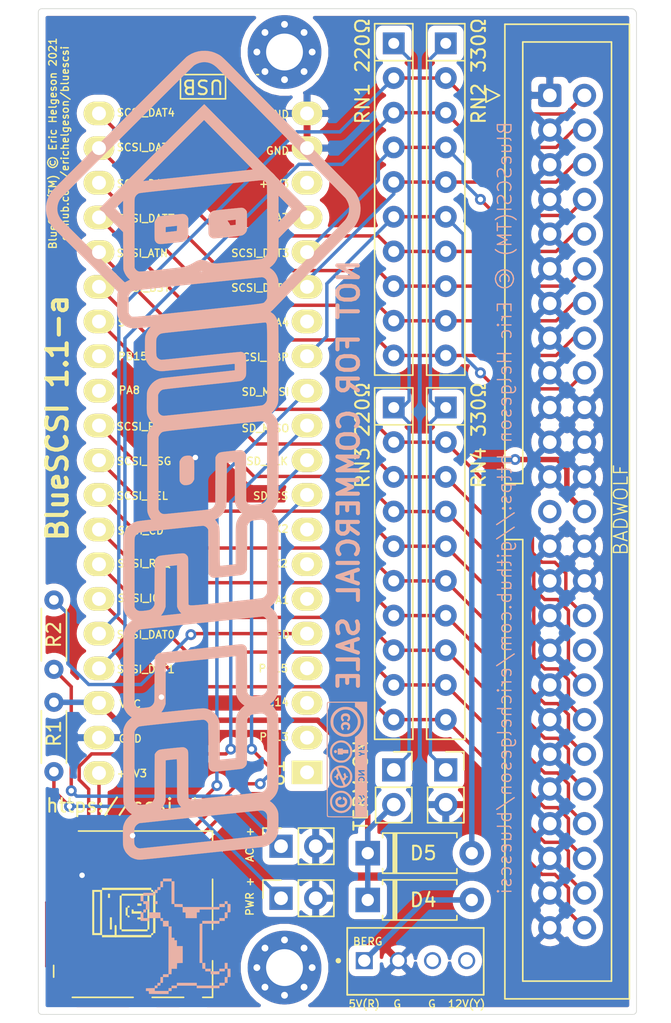
<source format=kicad_pcb>
(kicad_pcb (version 20171130) (host pcbnew "(5.1.10-1-10_14)")
  (layers (0 F.Cu signal) (31 B.Cu signal) (34 B.Paste user) (35 F.Paste user) (36 B.SilkS user) (37 F.SilkS user) (38 B.Mask user) (39 F.Mask user) (44 Edge.Cuts user))
  (net 0 "")
  (net 1 /SD_MISO)
  (net 2 GND)
  (net 3 /SD_CLK)
  (net 4 +3V3)
  (net 5 /SD_MOSI)
  (net 6 /SD_CS)
  (net 7 /SCSI_IO)
  (net 8 /SCSI_REQ)
  (net 9 /SCSI_CD)
  (net 10 /SCSI_SEL)
  (net 11 /SCSI_RST)
  (net 12 /SCSI_ACK)
  (net 13 /SCSI_BSY)
  (net 14 /SCSI_ATN)
  (net 15 /SCSI_MSG)
  (net 16 /SCSI_DBP)
  (net 17 /SCSI_DAT7)
  (net 18 /SCSI_DAT6)
  (net 19 /SCSI_DAT5)
  (net 20 /SCSI_DAT4)
  (net 21 /SCSI_DAT3)
  (net 22 /SCSI_DAT2)
  (net 23 /SCSI_DAT1)
  (net 24 /SCSI_DAT0)
  (net 25 "Net-(JP1-Pad1)")
  (net 26 "Net-(JP2-Pad1)")
  (net 27 VCC)
  (net 28 /TERM_PWR)
  (net 29 +5V)
  (net 30 "Net-(H1-Pad1)")
  (net 31 "Net-(H2-Pad1)")
  (net 32 /EXTERNAL_LED)
  (net 33 "Net-(J4-Pad1)")
  (net 34 "Net-(J3-Pad1)")
  (module BlueSCSILogo:dogcow (layer B.Cu) (at 92.075 163.83 270)
    (fp_text reference G*** hide)
    (fp_text value LOGO hide)
  )
  (module BlueSCSILogo:mac_happy_small (layer F.Cu) (at 87.5665 162.1155 270)
    (fp_text reference G*** hide)
    (fp_text value LOGO hide)
  )
  (module BlueSCSILogo:cc_by_nc_sa_front_silk_screen (layer B.Cu) (at 103.886 150.876 270)
    (fp_text reference G*** hide)
    (fp_text value LOGO hide)
  )
  (module BlueSCSILogo:BlueSCSILogoFP (layer B.Cu) (at 93.218 128.651 270)
    (fp_text reference G*** hide)
    (fp_text value LOGO hide)
  )
  (module blue:BluePill_STM32F103C (layer F.Cu) (at 100.965 151.765 180)
    (fp_text reference U1 (at 2.159 -0.127 270) (layer F.SilkS))
    (fp_text value BluePill_STM32F103C hide)
    (pad 40 thru_hole oval (at 15.24 -0.1016 270) (size 1.7272 2.25) (drill 1.016) (layers *.Cu *.Mask F.SilkS) (net 4 +3V3))
    (pad 39 thru_hole oval (at 15.24 2.4892 270) (size 1.7272 2.25) (drill 1.016) (layers *.Cu *.Mask F.SilkS) (net 2 GND))
    (pad 38 thru_hole oval (at 15.24 5.0292 270) (size 1.7272 2.25) (drill 1.016) (layers *.Cu *.Mask F.SilkS) (net 27 VCC))
    (pad 37 thru_hole oval (at 15.24 7.5692 270) (size 1.7272 2.25) (drill 1.016) (layers *.Cu *.Mask F.SilkS) (net 23 /SCSI_DAT1))
    (pad 36 thru_hole oval (at 15.24 10.1092 270) (size 1.7272 2.25) (drill 1.016) (layers *.Cu *.Mask F.SilkS) (net 24 /SCSI_DAT0))
    (pad 35 thru_hole oval (at 15.24 12.6492 270) (size 1.7272 2.25) (drill 1.016) (layers *.Cu *.Mask F.SilkS) (net 7 /SCSI_IO))
    (pad 34 thru_hole oval (at 15.24 15.1892 270) (size 1.7272 2.25) (drill 1.016) (layers *.Cu *.Mask F.SilkS) (net 8 /SCSI_REQ))
    (pad 33 thru_hole oval (at 15.24 17.7292 270) (size 1.7272 2.25) (drill 1.016) (layers *.Cu *.Mask F.SilkS) (net 9 /SCSI_CD))
    (pad 32 thru_hole oval (at 15.24 20.2692 270) (size 1.7272 2.25) (drill 1.016) (layers *.Cu *.Mask F.SilkS) (net 10 /SCSI_SEL))
    (pad 31 thru_hole oval (at 15.24 22.8092 270) (size 1.7272 2.25) (drill 1.016) (layers *.Cu *.Mask F.SilkS) (net 15 /SCSI_MSG))
    (pad 30 thru_hole oval (at 15.24 25.3492 270) (size 1.7272 2.25) (drill 1.016) (layers *.Cu *.Mask F.SilkS) (net 11 /SCSI_RST))
    (pad 29 thru_hole oval (at 15.24 27.8892 270) (size 1.7272 2.25) (drill 1.016) (layers *.Cu *.Mask F.SilkS))
    (pad 28 thru_hole oval (at 15.24 30.4292 270) (size 1.7272 2.25) (drill 1.016) (layers *.Cu *.Mask F.SilkS))
    (pad 27 thru_hole oval (at 15.24 32.9692 270) (size 1.7272 2.25) (drill 1.016) (layers *.Cu *.Mask F.SilkS) (net 12 /SCSI_ACK))
    (pad 26 thru_hole oval (at 15.24 35.5092 270) (size 1.7272 2.25) (drill 1.016) (layers *.Cu *.Mask F.SilkS) (net 13 /SCSI_BSY))
    (pad 25 thru_hole oval (at 15.24 38.0492 270) (size 1.7272 2.25) (drill 1.016) (layers *.Cu *.Mask F.SilkS) (net 14 /SCSI_ATN))
    (pad 24 thru_hole oval (at 15.24 40.5892 270) (size 1.7272 2.25) (drill 1.016) (layers *.Cu *.Mask F.SilkS) (net 17 /SCSI_DAT7))
    (pad 23 thru_hole oval (at 15.24 43.1292 270) (size 1.7272 2.25) (drill 1.016) (layers *.Cu *.Mask F.SilkS) (net 18 /SCSI_DAT6))
    (pad 22 thru_hole oval (at 15.24 45.6692 270) (size 1.7272 2.25) (drill 1.016) (layers *.Cu *.Mask F.SilkS) (net 19 /SCSI_DAT5))
    (pad 21 thru_hole oval (at 15.24 48.2092 270) (size 1.7272 2.25) (drill 1.016) (layers *.Cu *.Mask F.SilkS) (net 20 /SCSI_DAT4))
    (pad 20 thru_hole oval (at 0 48.2092 90) (size 1.7272 2.25) (drill 1.016) (layers *.Cu *.Mask F.SilkS) (net 2 GND))
    (pad 19 thru_hole oval (at 0 45.6692 90) (size 1.7272 2.25) (drill 1.016) (layers *.Cu *.Mask F.SilkS) (net 2 GND))
    (pad 18 thru_hole oval (at 0 43.1292 90) (size 1.7272 2.25) (drill 1.016) (layers *.Cu *.Mask F.SilkS) (net 4 +3V3))
    (pad 17 thru_hole oval (at 0 40.5892 90) (size 1.7272 2.25) (drill 1.016) (layers *.Cu *.Mask F.SilkS))
    (pad 16 thru_hole oval (at 0 38.0492 90) (size 1.7272 2.25) (drill 1.016) (layers *.Cu *.Mask F.SilkS) (net 21 /SCSI_DAT3))
    (pad 15 thru_hole oval (at 0 35.5092 90) (size 1.7272 2.25) (drill 1.016) (layers *.Cu *.Mask F.SilkS) (net 22 /SCSI_DAT2))
    (pad 14 thru_hole oval (at 0 32.9692 90) (size 1.7272 2.25) (drill 1.016) (layers *.Cu *.Mask F.SilkS))
    (pad 13 thru_hole oval (at 0 30.4292 90) (size 1.7272 2.25) (drill 1.016) (layers *.Cu *.Mask F.SilkS) (net 16 /SCSI_DBP))
    (pad 12 thru_hole oval (at 0 27.8892 90) (size 1.7272 2.25) (drill 1.016) (layers *.Cu *.Mask F.SilkS) (net 5 /SD_MOSI))
    (pad 11 thru_hole oval (at 0 25.3492 90) (size 1.7272 2.25) (drill 1.016) (layers *.Cu *.Mask F.SilkS) (net 1 /SD_MISO))
    (pad 10 thru_hole oval (at 0 22.8092 90) (size 1.7272 2.25) (drill 1.016) (layers *.Cu *.Mask F.SilkS) (net 3 /SD_CLK))
    (pad 9 thru_hole oval (at 0 20.2692 90) (size 1.7272 2.25) (drill 1.016) (layers *.Cu *.Mask F.SilkS) (net 6 /SD_CS))
    (pad 8 thru_hole oval (at 0 17.7292 90) (size 1.7272 2.25) (drill 1.016) (layers *.Cu *.Mask F.SilkS))
    (pad 7 thru_hole oval (at 0 15.1892 90) (size 1.7272 2.25) (drill 1.016) (layers *.Cu *.Mask F.SilkS))
    (pad 6 thru_hole oval (at 0 12.6492 90) (size 1.7272 2.25) (drill 1.016) (layers *.Cu *.Mask F.SilkS))
    (pad 5 thru_hole oval (at 0 10.1092 90) (size 1.7272 2.25) (drill 1.016) (layers *.Cu *.Mask F.SilkS) (net 32 /EXTERNAL_LED))
    (pad 4 thru_hole oval (at 0 7.5692 90) (size 1.7272 2.25) (drill 1.016) (layers *.Cu *.Mask F.SilkS))
    (pad 3 thru_hole oval (at 0 5.0292 90) (size 1.7272 2.25) (drill 1.016) (layers *.Cu *.Mask F.SilkS))
    (pad 2 thru_hole oval (at 0 2.4892 90) (size 1.7272 2.25) (drill 1.016) (layers *.Cu *.Mask F.SilkS))
    (pad 1 thru_hole rect (at 0 -0.0508 90) (size 1.7272 2.25) (drill 1.016) (layers *.Cu *.Mask F.SilkS))
  )
  (module Connector_IDC:IDC-Header_2x25_P2.54mm_Vertical (layer F.Cu) (at 118.745 102.235)
    (fp_text reference J2 hide)
    (fp_text value Conn_02x25_Odd_Even)
    (pad 50 thru_hole circle (at 2.54 60.96) (size 1.7 1.7) (drill 1) (layers *.Cu *.Mask) (net 7 /SCSI_IO))
    (pad 48 thru_hole circle (at 2.54 58.42) (size 1.7 1.7) (drill 1) (layers *.Cu *.Mask) (net 8 /SCSI_REQ))
    (pad 46 thru_hole circle (at 2.54 55.88) (size 1.7 1.7) (drill 1) (layers *.Cu *.Mask) (net 9 /SCSI_CD))
    (pad 44 thru_hole circle (at 2.54 53.34) (size 1.7 1.7) (drill 1) (layers *.Cu *.Mask) (net 10 /SCSI_SEL))
    (pad 42 thru_hole circle (at 2.54 50.8) (size 1.7 1.7) (drill 1) (layers *.Cu *.Mask) (net 15 /SCSI_MSG))
    (pad 40 thru_hole circle (at 2.54 48.26) (size 1.7 1.7) (drill 1) (layers *.Cu *.Mask) (net 11 /SCSI_RST))
    (pad 38 thru_hole circle (at 2.54 45.72) (size 1.7 1.7) (drill 1) (layers *.Cu *.Mask) (net 12 /SCSI_ACK))
    (pad 36 thru_hole circle (at 2.54 43.18) (size 1.7 1.7) (drill 1) (layers *.Cu *.Mask) (net 13 /SCSI_BSY))
    (pad 34 thru_hole circle (at 2.54 40.64) (size 1.7 1.7) (drill 1) (layers *.Cu *.Mask))
    (pad 32 thru_hole circle (at 2.54 38.1) (size 1.7 1.7) (drill 1) (layers *.Cu *.Mask) (net 14 /SCSI_ATN))
    (pad 30 thru_hole circle (at 2.54 35.56) (size 1.7 1.7) (drill 1) (layers *.Cu *.Mask) (net 2 GND))
    (pad 28 thru_hole circle (at 2.54 33.02) (size 1.7 1.7) (drill 1) (layers *.Cu *.Mask) (net 2 GND))
    (pad 26 thru_hole circle (at 2.54 30.48) (size 1.7 1.7) (drill 1) (layers *.Cu *.Mask) (net 28 /TERM_PWR))
    (pad 24 thru_hole circle (at 2.54 27.94) (size 1.7 1.7) (drill 1) (layers *.Cu *.Mask) (net 2 GND))
    (pad 22 thru_hole circle (at 2.54 25.4) (size 1.7 1.7) (drill 1) (layers *.Cu *.Mask) (net 2 GND))
    (pad 20 thru_hole circle (at 2.54 22.86) (size 1.7 1.7) (drill 1) (layers *.Cu *.Mask) (net 2 GND))
    (pad 18 thru_hole circle (at 2.54 20.32) (size 1.7 1.7) (drill 1) (layers *.Cu *.Mask) (net 16 /SCSI_DBP))
    (pad 16 thru_hole circle (at 2.54 17.78) (size 1.7 1.7) (drill 1) (layers *.Cu *.Mask) (net 17 /SCSI_DAT7))
    (pad 14 thru_hole circle (at 2.54 15.24) (size 1.7 1.7) (drill 1) (layers *.Cu *.Mask) (net 18 /SCSI_DAT6))
    (pad 12 thru_hole circle (at 2.54 12.7) (size 1.7 1.7) (drill 1) (layers *.Cu *.Mask) (net 19 /SCSI_DAT5))
    (pad 10 thru_hole circle (at 2.54 10.16) (size 1.7 1.7) (drill 1) (layers *.Cu *.Mask) (net 20 /SCSI_DAT4))
    (pad 8 thru_hole circle (at 2.54 7.62) (size 1.7 1.7) (drill 1) (layers *.Cu *.Mask) (net 21 /SCSI_DAT3))
    (pad 6 thru_hole circle (at 2.54 5.08) (size 1.7 1.7) (drill 1) (layers *.Cu *.Mask) (net 22 /SCSI_DAT2))
    (pad 4 thru_hole circle (at 2.54 2.54) (size 1.7 1.7) (drill 1) (layers *.Cu *.Mask) (net 23 /SCSI_DAT1))
    (pad 2 thru_hole circle (at 2.54 0) (size 1.7 1.7) (drill 1) (layers *.Cu *.Mask) (net 24 /SCSI_DAT0))
    (pad 49 thru_hole circle (at 0 60.96) (size 1.7 1.7) (drill 1) (layers *.Cu *.Mask) (net 2 GND))
    (pad 47 thru_hole circle (at 0 58.42) (size 1.7 1.7) (drill 1) (layers *.Cu *.Mask) (net 2 GND))
    (pad 45 thru_hole circle (at 0 55.88) (size 1.7 1.7) (drill 1) (layers *.Cu *.Mask) (net 2 GND))
    (pad 43 thru_hole circle (at 0 53.34) (size 1.7 1.7) (drill 1) (layers *.Cu *.Mask) (net 2 GND))
    (pad 41 thru_hole circle (at 0 50.8) (size 1.7 1.7) (drill 1) (layers *.Cu *.Mask) (net 2 GND))
    (pad 39 thru_hole circle (at 0 48.26) (size 1.7 1.7) (drill 1) (layers *.Cu *.Mask) (net 2 GND))
    (pad 37 thru_hole circle (at 0 45.72) (size 1.7 1.7) (drill 1) (layers *.Cu *.Mask) (net 2 GND))
    (pad 35 thru_hole circle (at 0 43.18) (size 1.7 1.7) (drill 1) (layers *.Cu *.Mask) (net 2 GND))
    (pad 33 thru_hole circle (at 0 40.64) (size 1.7 1.7) (drill 1) (layers *.Cu *.Mask) (net 2 GND))
    (pad 31 thru_hole circle (at 0 38.1) (size 1.7 1.7) (drill 1) (layers *.Cu *.Mask) (net 2 GND))
    (pad 29 thru_hole circle (at 0 35.56) (size 1.7 1.7) (drill 1) (layers *.Cu *.Mask) (net 2 GND))
    (pad 27 thru_hole circle (at 0 33.02) (size 1.7 1.7) (drill 1) (layers *.Cu *.Mask) (net 2 GND))
    (pad 25 thru_hole circle (at 0 30.48) (size 1.7 1.7) (drill 1) (layers *.Cu *.Mask))
    (pad 23 thru_hole circle (at 0 27.94) (size 1.7 1.7) (drill 1) (layers *.Cu *.Mask) (net 2 GND))
    (pad 21 thru_hole circle (at 0 25.4) (size 1.7 1.7) (drill 1) (layers *.Cu *.Mask) (net 2 GND))
    (pad 19 thru_hole circle (at 0 22.86) (size 1.7 1.7) (drill 1) (layers *.Cu *.Mask) (net 2 GND))
    (pad 17 thru_hole circle (at 0 20.32) (size 1.7 1.7) (drill 1) (layers *.Cu *.Mask) (net 2 GND))
    (pad 15 thru_hole circle (at 0 17.78) (size 1.7 1.7) (drill 1) (layers *.Cu *.Mask) (net 2 GND))
    (pad 13 thru_hole circle (at 0 15.24) (size 1.7 1.7) (drill 1) (layers *.Cu *.Mask) (net 2 GND))
    (pad 11 thru_hole circle (at 0 12.7) (size 1.7 1.7) (drill 1) (layers *.Cu *.Mask) (net 2 GND))
    (pad 9 thru_hole circle (at 0 10.16) (size 1.7 1.7) (drill 1) (layers *.Cu *.Mask) (net 2 GND))
    (pad 7 thru_hole circle (at 0 7.62) (size 1.7 1.7) (drill 1) (layers *.Cu *.Mask) (net 2 GND))
    (pad 5 thru_hole circle (at 0 5.08) (size 1.7 1.7) (drill 1) (layers *.Cu *.Mask) (net 2 GND))
    (pad 3 thru_hole circle (at 0 2.54) (size 1.7 1.7) (drill 1) (layers *.Cu *.Mask) (net 2 GND))
    (pad 1 thru_hole roundrect (at 0 0) (size 1.7 1.7) (drill 1) (layers *.Cu *.Mask) (roundrect_rratio 0.1470588235294118) (net 2 GND))
  )
  (module Connector_Card:microSD_HC_Molex_104031-0811 (layer F.Cu) (at 88.224 162.225 90)
    (fp_text reference J5 hide)
    (fp_text value Micro_SD_Card)
    (pad 11 smd rect (at 3.73 5.375 90) (size 1.9 1.35) (layers F.Cu F.Paste F.Mask))
    (pad 11 smd rect (at -2.24 5.375 90) (size 1.9 1.35) (layers F.Cu F.Paste F.Mask))
    (pad 9 smd rect (at -5.74 0.7 90) (size 1.2 1) (layers F.Cu F.Paste F.Mask) (net 2 GND))
    (pad 10 smd rect (at -5.74 4.4 90) (size 1.2 1) (layers F.Cu F.Paste F.Mask))
    (pad 11 smd rect (at -5.565 -5.325 90) (size 1.55 1.35) (layers F.Cu F.Paste F.Mask))
    (pad 11 smd rect (at 5.755 -5.1 90) (size 1.17 1.8) (layers F.Cu F.Paste F.Mask))
    (pad 7 smd rect (at 3.495 -5.45 90) (size 0.85 1.1) (layers F.Cu F.Paste F.Mask) (net 1 /SD_MISO))
    (pad 6 smd rect (at 2.395 -5.45 90) (size 0.85 1.1) (layers F.Cu F.Paste F.Mask) (net 2 GND))
    (pad 5 smd rect (at 1.295 -5.45 90) (size 0.85 1.1) (layers F.Cu F.Paste F.Mask) (net 3 /SD_CLK))
    (pad 4 smd rect (at 0.195 -5.45 90) (size 0.85 1.1) (layers F.Cu F.Paste F.Mask) (net 4 +3V3))
    (pad 3 smd rect (at -0.905 -5.45 90) (size 0.85 1.1) (layers F.Cu F.Paste F.Mask) (net 5 /SD_MOSI))
    (pad 2 smd rect (at -2.005 -5.45 90) (size 0.85 1.1) (layers F.Cu F.Paste F.Mask) (net 6 /SD_CS))
    (pad 8 smd rect (at 4.545 -5.45 90) (size 0.75 1.1) (layers F.Cu F.Paste F.Mask))
    (pad 1 smd rect (at -3.105 -5.45 90) (size 0.85 1.1) (layers F.Cu F.Paste F.Mask))
  )
  (module Connector_PinSocket_2.54mm:PinSocket_1x02_P2.54mm_Vertical (layer F.Cu) (at 111.125 151.638)
    (fp_text reference JP1 hide)
    (fp_text value TERM_ENABLE_GND)
    (pad 1 thru_hole rect (at 0 0) (size 1.7 1.7) (drill 1) (layers *.Cu *.Mask) (net 25 "Net-(JP1-Pad1)"))
    (pad 2 thru_hole oval (at 0 2.54) (size 1.7 1.7) (drill 1) (layers *.Cu *.Mask) (net 2 GND))
  )
  (module Connector_PinSocket_2.54mm:PinSocket_1x02_P2.54mm_Vertical (layer F.Cu) (at 107.315 151.638)
    (fp_text reference JP2 hide)
    (fp_text value TERM_ENABLE_5V)
    (pad 2 thru_hole oval (at 0 2.54) (size 1.7 1.7) (drill 1) (layers *.Cu *.Mask) (net 27 VCC))
    (pad 1 thru_hole rect (at 0 0) (size 1.7 1.7) (drill 1) (layers *.Cu *.Mask) (net 26 "Net-(JP2-Pad1)"))
  )
  (module Resistor_THT:R_Array_SIP10 (layer F.Cu) (at 107.315 98.425 270)
    (fp_text reference RN1 hide)
    (fp_text value 220)
    (pad 1 thru_hole rect (at 0 0 270) (size 1.6 1.6) (drill 0.8) (layers *.Cu *.Mask) (net 26 "Net-(JP2-Pad1)"))
    (pad 2 thru_hole oval (at 2.54 0 270) (size 1.6 1.6) (drill 0.8) (layers *.Cu *.Mask) (net 24 /SCSI_DAT0))
    (pad 3 thru_hole oval (at 5.08 0 270) (size 1.6 1.6) (drill 0.8) (layers *.Cu *.Mask) (net 23 /SCSI_DAT1))
    (pad 4 thru_hole oval (at 7.62 0 270) (size 1.6 1.6) (drill 0.8) (layers *.Cu *.Mask) (net 21 /SCSI_DAT3))
    (pad 5 thru_hole oval (at 10.16 0 270) (size 1.6 1.6) (drill 0.8) (layers *.Cu *.Mask) (net 22 /SCSI_DAT2))
    (pad 6 thru_hole oval (at 12.7 0 270) (size 1.6 1.6) (drill 0.8) (layers *.Cu *.Mask) (net 16 /SCSI_DBP))
    (pad 7 thru_hole oval (at 15.24 0 270) (size 1.6 1.6) (drill 0.8) (layers *.Cu *.Mask) (net 20 /SCSI_DAT4))
    (pad 8 thru_hole oval (at 17.78 0 270) (size 1.6 1.6) (drill 0.8) (layers *.Cu *.Mask) (net 19 /SCSI_DAT5))
    (pad 9 thru_hole oval (at 20.32 0 270) (size 1.6 1.6) (drill 0.8) (layers *.Cu *.Mask) (net 18 /SCSI_DAT6))
    (pad 10 thru_hole oval (at 22.86 0 270) (size 1.6 1.6) (drill 0.8) (layers *.Cu *.Mask) (net 17 /SCSI_DAT7))
  )
  (module Resistor_THT:R_Array_SIP10 (layer F.Cu) (at 111.125 98.425 270)
    (fp_text reference RN2 hide)
    (fp_text value 330)
    (pad 1 thru_hole rect (at 0 0 270) (size 1.6 1.6) (drill 0.8) (layers *.Cu *.Mask) (net 25 "Net-(JP1-Pad1)"))
    (pad 2 thru_hole oval (at 2.54 0 270) (size 1.6 1.6) (drill 0.8) (layers *.Cu *.Mask) (net 24 /SCSI_DAT0))
    (pad 3 thru_hole oval (at 5.08 0 270) (size 1.6 1.6) (drill 0.8) (layers *.Cu *.Mask) (net 23 /SCSI_DAT1))
    (pad 4 thru_hole oval (at 7.62 0 270) (size 1.6 1.6) (drill 0.8) (layers *.Cu *.Mask) (net 21 /SCSI_DAT3))
    (pad 5 thru_hole oval (at 10.16 0 270) (size 1.6 1.6) (drill 0.8) (layers *.Cu *.Mask) (net 22 /SCSI_DAT2))
    (pad 6 thru_hole oval (at 12.7 0 270) (size 1.6 1.6) (drill 0.8) (layers *.Cu *.Mask) (net 16 /SCSI_DBP))
    (pad 7 thru_hole oval (at 15.24 0 270) (size 1.6 1.6) (drill 0.8) (layers *.Cu *.Mask) (net 20 /SCSI_DAT4))
    (pad 8 thru_hole oval (at 17.78 0 270) (size 1.6 1.6) (drill 0.8) (layers *.Cu *.Mask) (net 19 /SCSI_DAT5))
    (pad 9 thru_hole oval (at 20.32 0 270) (size 1.6 1.6) (drill 0.8) (layers *.Cu *.Mask) (net 18 /SCSI_DAT6))
    (pad 10 thru_hole oval (at 22.86 0 270) (size 1.6 1.6) (drill 0.8) (layers *.Cu *.Mask) (net 17 /SCSI_DAT7))
  )
  (module Resistor_THT:R_Array_SIP10 (layer F.Cu) (at 107.315 125.095 270)
    (fp_text reference RN3 hide)
    (fp_text value 220)
    (pad 10 thru_hole oval (at 22.86 0 270) (size 1.6 1.6) (drill 0.8) (layers *.Cu *.Mask) (net 7 /SCSI_IO))
    (pad 9 thru_hole oval (at 20.32 0 270) (size 1.6 1.6) (drill 0.8) (layers *.Cu *.Mask) (net 8 /SCSI_REQ))
    (pad 8 thru_hole oval (at 17.78 0 270) (size 1.6 1.6) (drill 0.8) (layers *.Cu *.Mask) (net 9 /SCSI_CD))
    (pad 7 thru_hole oval (at 15.24 0 270) (size 1.6 1.6) (drill 0.8) (layers *.Cu *.Mask) (net 10 /SCSI_SEL))
    (pad 6 thru_hole oval (at 12.7 0 270) (size 1.6 1.6) (drill 0.8) (layers *.Cu *.Mask) (net 15 /SCSI_MSG))
    (pad 5 thru_hole oval (at 10.16 0 270) (size 1.6 1.6) (drill 0.8) (layers *.Cu *.Mask) (net 11 /SCSI_RST))
    (pad 4 thru_hole oval (at 7.62 0 270) (size 1.6 1.6) (drill 0.8) (layers *.Cu *.Mask) (net 12 /SCSI_ACK))
    (pad 3 thru_hole oval (at 5.08 0 270) (size 1.6 1.6) (drill 0.8) (layers *.Cu *.Mask) (net 13 /SCSI_BSY))
    (pad 2 thru_hole oval (at 2.54 0 270) (size 1.6 1.6) (drill 0.8) (layers *.Cu *.Mask) (net 14 /SCSI_ATN))
    (pad 1 thru_hole rect (at 0 0 270) (size 1.6 1.6) (drill 0.8) (layers *.Cu *.Mask) (net 26 "Net-(JP2-Pad1)"))
  )
  (module Resistor_THT:R_Array_SIP10 (layer F.Cu) (at 111.125 125.095 270)
    (fp_text reference RN4 hide)
    (fp_text value 330)
    (pad 10 thru_hole oval (at 22.86 0 270) (size 1.6 1.6) (drill 0.8) (layers *.Cu *.Mask) (net 7 /SCSI_IO))
    (pad 9 thru_hole oval (at 20.32 0 270) (size 1.6 1.6) (drill 0.8) (layers *.Cu *.Mask) (net 8 /SCSI_REQ))
    (pad 8 thru_hole oval (at 17.78 0 270) (size 1.6 1.6) (drill 0.8) (layers *.Cu *.Mask) (net 9 /SCSI_CD))
    (pad 7 thru_hole oval (at 15.24 0 270) (size 1.6 1.6) (drill 0.8) (layers *.Cu *.Mask) (net 10 /SCSI_SEL))
    (pad 6 thru_hole oval (at 12.7 0 270) (size 1.6 1.6) (drill 0.8) (layers *.Cu *.Mask) (net 15 /SCSI_MSG))
    (pad 5 thru_hole oval (at 10.16 0 270) (size 1.6 1.6) (drill 0.8) (layers *.Cu *.Mask) (net 11 /SCSI_RST))
    (pad 4 thru_hole oval (at 7.62 0 270) (size 1.6 1.6) (drill 0.8) (layers *.Cu *.Mask) (net 12 /SCSI_ACK))
    (pad 3 thru_hole oval (at 5.08 0 270) (size 1.6 1.6) (drill 0.8) (layers *.Cu *.Mask) (net 13 /SCSI_BSY))
    (pad 2 thru_hole oval (at 2.54 0 270) (size 1.6 1.6) (drill 0.8) (layers *.Cu *.Mask) (net 14 /SCSI_ATN))
    (pad 1 thru_hole rect (at 0 0 270) (size 1.6 1.6) (drill 0.8) (layers *.Cu *.Mask) (net 25 "Net-(JP1-Pad1)"))
  )
  (module 171825-4:TE_171825-4 (layer F.Cu) (at 105.156 165.608)
    (fp_text reference J1 hide)
    (fp_text value "Berg Power Connector")
    (pad 1 thru_hole rect (at 0 0) (size 1.25 1.25) (drill 0.9) (layers *.Cu *.Mask) (net 29 +5V))
    (pad 2 thru_hole circle (at 2.5 0) (size 1.25 1.25) (drill 0.9) (layers *.Cu *.Mask) (net 2 GND))
    (pad 3 thru_hole circle (at 5 0) (size 1.25 1.25) (drill 0.9) (layers *.Cu *.Mask))
    (pad 4 thru_hole circle (at 7.5 0) (size 1.25 1.25) (drill 0.9) (layers *.Cu *.Mask))
  )
  (module Diode_THT:D_A-405_P7.62mm_Horizontal (layer F.Cu) (at 105.41 161.163)
    (fp_text reference D4 (at 4.064 0 180) (layer F.SilkS))
    (fp_text value Diode)
    (pad 1 thru_hole rect (at 0 0) (size 1.8 1.8) (drill 0.9) (layers *.Cu *.Mask) (net 27 VCC))
    (pad 2 thru_hole oval (at 7.62 0) (size 1.8 1.8) (drill 0.9) (layers *.Cu *.Mask) (net 29 +5V))
  )
  (module Diode_THT:D_A-405_P7.62mm_Horizontal (layer F.Cu) (at 105.41 157.734)
    (fp_text reference D5 (at 4.064 0 180) (layer F.SilkS))
    (fp_text value Diode)
    (pad 2 thru_hole oval (at 7.62 0) (size 1.8 1.8) (drill 0.9) (layers *.Cu *.Mask) (net 28 /TERM_PWR))
    (pad 1 thru_hole rect (at 0 0) (size 1.8 1.8) (drill 0.9) (layers *.Cu *.Mask) (net 27 VCC))
  )
  (module MountingHole:MountingHole_2.7mm_M2.5_Pad_Via (layer F.Cu) (at 99.314 99.06)
    (fp_text reference H1 hide)
    (fp_text value MountingHole_Pad)
    (pad 1 thru_hole circle (at 0 0) (size 5.4 5.4) (drill 2.7) (layers *.Cu *.Mask) (net 30 "Net-(H1-Pad1)"))
    (pad 1 thru_hole circle (at 2.025 0) (size 0.8 0.8) (drill 0.5) (layers *.Cu *.Mask) (net 30 "Net-(H1-Pad1)"))
    (pad 1 thru_hole circle (at 1.431891 1.431891) (size 0.8 0.8) (drill 0.5) (layers *.Cu *.Mask) (net 30 "Net-(H1-Pad1)"))
    (pad 1 thru_hole circle (at 0 2.025) (size 0.8 0.8) (drill 0.5) (layers *.Cu *.Mask) (net 30 "Net-(H1-Pad1)"))
    (pad 1 thru_hole circle (at -1.431891 1.431891) (size 0.8 0.8) (drill 0.5) (layers *.Cu *.Mask) (net 30 "Net-(H1-Pad1)"))
    (pad 1 thru_hole circle (at -2.025 0) (size 0.8 0.8) (drill 0.5) (layers *.Cu *.Mask) (net 30 "Net-(H1-Pad1)"))
    (pad 1 thru_hole circle (at -1.431891 -1.431891) (size 0.8 0.8) (drill 0.5) (layers *.Cu *.Mask) (net 30 "Net-(H1-Pad1)"))
    (pad 1 thru_hole circle (at 0 -2.025) (size 0.8 0.8) (drill 0.5) (layers *.Cu *.Mask) (net 30 "Net-(H1-Pad1)"))
    (pad 1 thru_hole circle (at 1.431891 -1.431891) (size 0.8 0.8) (drill 0.5) (layers *.Cu *.Mask) (net 30 "Net-(H1-Pad1)"))
  )
  (module MountingHole:MountingHole_2.7mm_M2.5_Pad_Via (layer F.Cu) (at 99.314 166.116)
    (fp_text reference H2 hide)
    (fp_text value MountingHole_Pad)
    (pad 1 thru_hole circle (at 0 0) (size 5.4 5.4) (drill 2.7) (layers *.Cu *.Mask) (net 31 "Net-(H2-Pad1)"))
    (pad 1 thru_hole circle (at 2.025 0) (size 0.8 0.8) (drill 0.5) (layers *.Cu *.Mask) (net 31 "Net-(H2-Pad1)"))
    (pad 1 thru_hole circle (at 1.431891 1.431891) (size 0.8 0.8) (drill 0.5) (layers *.Cu *.Mask) (net 31 "Net-(H2-Pad1)"))
    (pad 1 thru_hole circle (at 0 2.025) (size 0.8 0.8) (drill 0.5) (layers *.Cu *.Mask) (net 31 "Net-(H2-Pad1)"))
    (pad 1 thru_hole circle (at -1.431891 1.431891) (size 0.8 0.8) (drill 0.5) (layers *.Cu *.Mask) (net 31 "Net-(H2-Pad1)"))
    (pad 1 thru_hole circle (at -2.025 0) (size 0.8 0.8) (drill 0.5) (layers *.Cu *.Mask) (net 31 "Net-(H2-Pad1)"))
    (pad 1 thru_hole circle (at -1.431891 -1.431891) (size 0.8 0.8) (drill 0.5) (layers *.Cu *.Mask) (net 31 "Net-(H2-Pad1)"))
    (pad 1 thru_hole circle (at 0 -2.025) (size 0.8 0.8) (drill 0.5) (layers *.Cu *.Mask) (net 31 "Net-(H2-Pad1)"))
    (pad 1 thru_hole circle (at 1.431891 -1.431891) (size 0.8 0.8) (drill 0.5) (layers *.Cu *.Mask) (net 31 "Net-(H2-Pad1)"))
  )
  (module Resistor_THT:R_Axial_DIN0204_L3.6mm_D1.6mm_P5.08mm_Horizontal (layer F.Cu) (at 82.423 144.272 90)
    (fp_text reference R2 (at 2.54 0 90) (layer F.SilkS))
    (fp_text value R_US)
    (pad 1 thru_hole circle (at 0 0 90) (size 1.4 1.4) (drill 0.7) (layers *.Cu *.Mask) (net 34 "Net-(J3-Pad1)"))
    (pad 2 thru_hole oval (at 5.08 0 90) (size 1.4 1.4) (drill 0.7) (layers *.Cu *.Mask) (net 32 /EXTERNAL_LED))
  )
  (module Resistor_THT:R_Axial_DIN0204_L3.6mm_D1.6mm_P5.08mm_Horizontal (layer F.Cu) (at 82.423 151.765 90)
    (fp_text reference R1 (at 2.794 0 90) (layer F.SilkS))
    (fp_text value R_US)
    (pad 2 thru_hole oval (at 5.08 0 90) (size 1.4 1.4) (drill 0.7) (layers *.Cu *.Mask) (net 27 VCC))
    (pad 1 thru_hole circle (at 0 0 90) (size 1.4 1.4) (drill 0.7) (layers *.Cu *.Mask) (net 33 "Net-(J4-Pad1)"))
  )
  (module Connector_PinSocket_2.54mm:PinSocket_1x02_P2.54mm_Vertical (layer F.Cu) (at 99.06 157.226 90)
    (fp_text reference J3 hide)
    (fp_text value ACT_LED)
    (pad 1 thru_hole rect (at 0 0 90) (size 1.7 1.7) (drill 1) (layers *.Cu *.Mask) (net 34 "Net-(J3-Pad1)"))
    (pad 2 thru_hole oval (at 0 2.54 90) (size 1.7 1.7) (drill 1) (layers *.Cu *.Mask) (net 2 GND))
  )
  (module Connector_PinSocket_2.54mm:PinSocket_1x02_P2.54mm_Vertical (layer F.Cu) (at 99.06 161.036 90)
    (fp_text reference J4 hide)
    (fp_text value POWER_LED)
    (pad 2 thru_hole oval (at 0 2.54 90) (size 1.7 1.7) (drill 1) (layers *.Cu *.Mask) (net 2 GND))
    (pad 1 thru_hole rect (at 0 0 90) (size 1.7 1.7) (drill 1) (layers *.Cu *.Mask) (net 33 "Net-(J4-Pad1)"))
  )
  (gr_text "NOT FOR COMMERCIAL SALE" (at 104.013 130.048 90) (layer B.SilkS) (effects (font (size 1.5 1.5) (thickness 0.3)) (justify mirror)))
  (gr_arc (start 124.841 169.291) (end 124.841 169.545) (angle -90) (layer Edge.Cuts) (width 0.05))
  (gr_arc (start 81.534 169.291) (end 81.28 169.291) (angle -90) (layer Edge.Cuts) (width 0.05))
  (gr_arc (start 81.534 96.139) (end 81.534 95.885) (angle -90) (layer Edge.Cuts) (width 0.05))
  (gr_arc (start 124.714 96.266) (end 125.095 96.266) (angle -90) (layer Edge.Cuts) (width 0.05))
  (gr_text PA1 (at 98.8695 139.192) (layer F.SilkS) (effects (font (size 0.55 0.55) (thickness 0.1))))
  (gr_text PA7 (at 98.8695 111.1885) (layer F.SilkS) (effects (font (size 0.55 0.55) (thickness 0.1))))
  (gr_text PA4 (at 98.8695 118.872) (layer F.SilkS) (effects (font (size 0.55 0.55) (thickness 0.1))))
  (gr_text PA8 (at 87.9475 123.825) (layer F.SilkS) (effects (font (size 0.55 0.55) (thickness 0.1))))
  (gr_text PB15 (at 88.2015 121.3485) (layer F.SilkS) (effects (font (size 0.55 0.55) (thickness 0.1))))
  (gr_text PC15 (at 98.4885 144.2085) (layer F.SilkS) (effects (font (size 0.55 0.55) (thickness 0.1))))
  (gr_text PC14 (at 98.552 146.685) (layer F.SilkS) (effects (font (size 0.55 0.55) (thickness 0.1))))
  (gr_text PC13 (at 98.552 149.225) (layer F.SilkS) (effects (font (size 0.55 0.55) (thickness 0.1))))
  (gr_text RX2 (at 98.806 133.985) (layer F.SilkS) (effects (font (size 0.55 0.55) (thickness 0.1))))
  (gr_text TX2 (at 98.806 136.525) (layer F.SilkS) (effects (font (size 0.55 0.55) (thickness 0.1))))
  (gr_text "BlueSCSI(TM) © Eric Helgeson https://github.com/erichelgeson/bluescsi" (at 115.443 132.455 90) (layer B.SilkS) (effects (font (size 1 1) (thickness 0.1)) (justify mirror)))
  (gr_text BERG (at 105.41 164.211) (layer F.SilkS) (effects (font (size 0.55 0.55) (thickness 0.1))))
  (gr_text "ACT +" (at 96.774 157.099 90) (layer F.SilkS) (effects (font (size 0.55 0.55) (thickness 0.1))))
  (gr_text "PWR +" (at 96.774 160.909 90) (layer F.SilkS) (effects (font (size 0.55 0.55) (thickness 0.1))))
  (gr_text VCC (at 88.011 146.812) (layer F.SilkS) (effects (font (size 0.55 0.55) (thickness 0.1))))
  (gr_text GND (at 88.011 149.352) (layer F.SilkS) (effects (font (size 0.55 0.55) (thickness 0.1))))
  (gr_text +3V3 (at 88.138 151.892) (layer F.SilkS) (effects (font (size 0.55 0.55) (thickness 0.1))))
  (gr_text GND (at 98.806 103.632) (layer F.SilkS) (effects (font (size 0.55 0.55) (thickness 0.1))))
  (gr_text GND (at 98.806 106.299) (layer F.SilkS) (effects (font (size 0.55 0.55) (thickness 0.1))))
  (gr_text +3V3 (at 98.552 108.712) (layer F.SilkS) (effects (font (size 0.55 0.55) (thickness 0.1))))
  (gr_text SCSI_DAT3 (at 97.536 113.792) (layer F.SilkS) (effects (font (size 0.55 0.55) (thickness 0.1))))
  (gr_text SCSI_DAT2 (at 97.536 116.332) (layer F.SilkS) (effects (font (size 0.55 0.55) (thickness 0.1))))
  (gr_text SCSI_DBP (at 97.663 121.412) (layer F.SilkS) (effects (font (size 0.55 0.55) (thickness 0.1))))
  (gr_text SD_MOSI (at 97.917 123.952) (layer F.SilkS) (effects (font (size 0.55 0.55) (thickness 0.1))))
  (gr_text SD_MISO (at 97.917 126.619) (layer F.SilkS) (effects (font (size 0.55 0.55) (thickness 0.1))))
  (gr_text SD_CLK (at 98.044 129.032) (layer F.SilkS) (effects (font (size 0.55 0.55) (thickness 0.1))))
  (gr_text SD_CS (at 98.298 131.572) (layer F.SilkS) (effects (font (size 0.55 0.55) (thickness 0.1))))
  (gr_text LED (at 98.933 141.732) (layer F.SilkS) (effects (font (size 0.55 0.55) (thickness 0.1))))
  (gr_text SCSI_DAT1 (at 89.154 144.272) (layer F.SilkS) (effects (font (size 0.55 0.55) (thickness 0.1))))
  (gr_text SCSI_DAT0 (at 89.154 141.732) (layer F.SilkS) (effects (font (size 0.55 0.55) (thickness 0.1))))
  (gr_text SCSI_IO (at 88.646 139.065) (layer F.SilkS) (effects (font (size 0.55 0.55) (thickness 0.1))))
  (gr_text SCSI_REQ (at 89.027 136.525) (layer F.SilkS) (effects (font (size 0.55 0.55) (thickness 0.1))))
  (gr_text SCSI_CD (at 88.773 134.112) (layer F.SilkS) (effects (font (size 0.55 0.55) (thickness 0.1))))
  (gr_text SCSI_SEL (at 88.9 131.572) (layer F.SilkS) (effects (font (size 0.55 0.55) (thickness 0.1))))
  (gr_text SCSI_MSG (at 89.027 129.032) (layer F.SilkS) (effects (font (size 0.55 0.55) (thickness 0.1))))
  (gr_text SCSI_RST (at 88.9 126.492) (layer F.SilkS) (effects (font (size 0.55 0.55) (thickness 0.1))))
  (gr_text SCSI_ACK (at 89.027 118.872) (layer F.SilkS) (effects (font (size 0.55 0.55) (thickness 0.1))))
  (gr_text SCSI_BSY (at 89.027 116.332) (layer F.SilkS) (effects (font (size 0.55 0.55) (thickness 0.1))))
  (gr_text SCSI_ATN (at 88.9 113.792) (layer F.SilkS) (effects (font (size 0.55 0.55) (thickness 0.1))))
  (gr_text SCSI_DAT7 (at 89.154 111.252) (layer F.SilkS) (effects (font (size 0.55 0.55) (thickness 0.1))))
  (gr_text SCSI_DAT6 (at 89.154 108.712) (layer F.SilkS) (effects (font (size 0.55 0.55) (thickness 0.1))))
  (gr_text SCSI_DAT5 (at 89.154 106.045) (layer F.SilkS) (effects (font (size 0.55 0.55) (thickness 0.1))))
  (gr_text SCSI_DAT4 (at 89.154 103.505) (layer F.SilkS) (effects (font (size 0.55 0.55) (thickness 0.1))))
  (gr_text - (at 86.868 163.449 90) (layer F.SilkS) (effects (font (size 1 1))))
  (gr_text "BlueSCSI(TM) © Eric Helgeson 2021\ngithub.com/erichelgeson/bluescsi" (at 82.785 105.755 90) (layer F.SilkS) (effects (font (size 0.55 0.55) (thickness 0.1))))
  (gr_line (start 94.996 100.711) (end 94.996 102.489) (layer F.SilkS) (width 0.12))
  (gr_line (start 97.282 100.711) (end 97.409 100.711) (layer F.SilkS) (width 0.12))
  (gr_line (start 91.7575 100.711) (end 94.996 100.711) (layer F.SilkS) (width 0.12))
  (gr_line (start 91.694 102.489) (end 94.996 102.489) (layer F.SilkS) (width 0.12))
  (gr_line (start 91.694 100.711) (end 91.694 102.489) (layer F.SilkS) (width 0.12))
  (gr_text https://scsi.blue (at 88.3285 154.2415) (layer F.SilkS) (effects (font (size 1 1))))
  (gr_text "12V(Y)" (at 112.649 168.783) (layer F.SilkS) (effects (font (size 0.55 0.55) (thickness 0.1))))
  (gr_text G (at 110.109 168.783) (layer F.SilkS) (effects (font (size 0.55 0.55) (thickness 0.1))))
  (gr_text G (at 107.569 168.783) (layer F.SilkS) (effects (font (size 0.55 0.55) (thickness 0.1))))
  (gr_text "5V(R)" (at 105.156 168.783) (layer F.SilkS) (effects (font (size 0.55 0.55) (thickness 0.1))))
  (gr_text "BADWOLF\n" (at 123.952 132.588 90) (layer F.SilkS) (effects (font (size 1 1) (thickness 0.1))))
  (gr_text USB (at 93.345 101.6 180) (layer F.SilkS) (effects (font (size 1 1))))
  (gr_text "RN2 330Ω" (at 113.538 100.457 90) (layer F.SilkS) (effects (font (size 1 1))))
  (gr_text "RN1 220Ω" (at 105.029 100.457 90) (layer F.SilkS) (effects (font (size 1 1))))
  (gr_line (start 81.915 169.545) (end 81.534 169.545) (layer Edge.Cuts) (width 0.05))
  (gr_line (start 81.28 168.275) (end 81.28 169.291) (layer Edge.Cuts) (width 0.05))
  (gr_line (start 124.841 169.545) (end 81.915 169.545) (layer Edge.Cuts) (width 0.05))
  (gr_line (start 125.095 168.275) (end 125.095 169.291) (layer Edge.Cuts) (width 0.05))
  (gr_text "RN4 330Ω" (at 113.538 127.127 90) (layer F.SilkS) (effects (font (size 1 1))))
  (gr_text "RN3 220Ω" (at 105.029 127.127 90) (layer F.SilkS) (effects (font (size 1 1))))
  (gr_text "TERM ON" (at 104.902 152.781 90) (layer F.SilkS) (effects (font (size 1 1))))
  (gr_line (start 124.714 95.885) (end 81.534 95.885) (layer Edge.Cuts) (width 0.05))
  (gr_line (start 125.095 168.275) (end 125.095 96.266) (layer Edge.Cuts) (width 0.05))
  (gr_line (start 81.28 168.275) (end 81.28 96.139) (layer Edge.Cuts) (width 0.05))
  (gr_text "BlueSCSI 1.1-a" (at 82.677 125.857 90) (layer F.SilkS) (effects (font (size 1.5 1.5) (thickness 0.3))))
  (segment (start 100.965 126.3142) (end 101.0158 126.3142) (width 0.25) (layer F.Cu) (net 1))
  (segment (start 100.965 126.4158) (end 95.377 132.0038) (width 0.25) (layer B.Cu) (net 1))
  (via (at 95.377 150.114) (size 0.8) (drill 0.4) (layers F.Cu B.Cu) (net 1))
  (segment (start 95.377 150.114) (end 95.377 132.0038) (width 0.25) (layer B.Cu) (net 1))
  (segment (start 95.02659 150.46441) (end 95.377 150.114) (width 0.25) (layer F.Cu) (net 1))
  (segment (start 85.184842 150.46441) (end 95.02659 150.46441) (width 0.25) (layer F.Cu) (net 1))
  (segment (start 84.27499 152.358938) (end 84.27499 151.374262) (width 0.25) (layer F.Cu) (net 1))
  (segment (start 84.27499 151.374262) (end 85.184842 150.46441) (width 0.25) (layer F.Cu) (net 1))
  (segment (start 84.971262 153.05521) (end 84.27499 152.358938) (width 0.25) (layer F.Cu) (net 1))
  (segment (start 84.971262 156.99274) (end 84.971262 153.05521) (width 0.25) (layer F.Cu) (net 1))
  (segment (start 83.234002 158.73) (end 84.971262 156.99274) (width 0.25) (layer F.Cu) (net 1))
  (segment (start 82.774 158.73) (end 83.234002 158.73) (width 0.25) (layer F.Cu) (net 1))
  (via (at 90.297 146.304) (size 0.8) (drill 0.4) (layers F.Cu B.Cu) (net 2))
  (via (at 84.485 159.355) (size 0.8) (drill 0.4) (layers F.Cu B.Cu) (net 2))
  (via (at 92.785 128.755) (size 0.8) (drill 0.4) (layers F.Cu B.Cu) (net 2))
  (via (at 88.185 156.455) (size 0.8) (drill 0.4) (layers F.Cu B.Cu) (net 2))
  (segment (start 100.965 128.8542) (end 101.0158 128.8542) (width 0.25) (layer F.Cu) (net 3))
  (via (at 96.901 150.114) (size 0.8) (drill 0.4) (layers F.Cu B.Cu) (net 3))
  (segment (start 96.901 133.0198) (end 100.965 128.9558) (width 0.25) (layer B.Cu) (net 3))
  (segment (start 96.901 133.0198) (end 96.901 150.114) (width 0.25) (layer B.Cu) (net 3))
  (segment (start 97.884001 153.379001) (end 98.261001 153.002001) (width 0.25) (layer F.Cu) (net 3))
  (segment (start 96.285001 153.379001) (end 97.884001 153.379001) (width 0.25) (layer F.Cu) (net 3))
  (segment (start 83.584001 166.080001) (end 96.285001 153.379001) (width 0.25) (layer F.Cu) (net 3))
  (segment (start 81.963999 166.080001) (end 83.584001 166.080001) (width 0.25) (layer F.Cu) (net 3))
  (segment (start 98.261001 153.002001) (end 98.261001 151.474001) (width 0.25) (layer F.Cu) (net 3))
  (segment (start 81.898999 166.015001) (end 81.963999 166.080001) (width 0.25) (layer F.Cu) (net 3))
  (segment (start 81.898999 161.344999) (end 81.898999 166.015001) (width 0.25) (layer F.Cu) (net 3))
  (segment (start 82.313998 160.93) (end 81.898999 161.344999) (width 0.25) (layer F.Cu) (net 3))
  (segment (start 98.261001 151.474001) (end 96.901 150.114) (width 0.25) (layer F.Cu) (net 3))
  (segment (start 82.774 160.93) (end 82.313998 160.93) (width 0.25) (layer F.Cu) (net 3))
  (segment (start 85.725 159.879) (end 85.725 151.8666) (width 0.25) (layer F.Cu) (net 4))
  (segment (start 83.574 162.03) (end 85.725 159.879) (width 0.25) (layer F.Cu) (net 4))
  (segment (start 82.774 162.03) (end 83.574 162.03) (width 0.25) (layer F.Cu) (net 4))
  (segment (start 94.361 130.4798) (end 96.5454 128.2954) (width 0.25) (layer B.Cu) (net 5))
  (segment (start 96.5454 128.2954) (end 96.429999 128.410801) (width 0.25) (layer B.Cu) (net 5))
  (segment (start 100.965 123.8758) (end 96.5454 128.2954) (width 0.25) (layer B.Cu) (net 5))
  (segment (start 94.361 130.4798) (end 94.361 148.971) (width 0.25) (layer B.Cu) (net 5))
  (segment (start 94.361 148.971) (end 94.361 152.781) (width 0.25) (layer B.Cu) (net 5))
  (via (at 94.361 152.781) (size 0.8) (drill 0.4) (layers F.Cu B.Cu) (net 5))
  (segment (start 84.012 163.13) (end 82.774 163.13) (width 0.25) (layer F.Cu) (net 5))
  (segment (start 94.361 152.781) (end 84.012 163.13) (width 0.25) (layer F.Cu) (net 5))
  (segment (start 98.425 134.0358) (end 98.6409 133.8199) (width 0.25) (layer B.Cu) (net 6))
  (segment (start 98.425 150.114) (end 98.425 134.0358) (width 0.25) (layer B.Cu) (net 6))
  (segment (start 98.6409 133.8199) (end 100.965 131.4958) (width 0.25) (layer B.Cu) (net 6))
  (segment (start 82.774 164.23) (end 84.309 164.23) (width 0.25) (layer F.Cu) (net 6))
  (segment (start 98.425 150.114) (end 98.425 151.765) (width 0.25) (layer B.Cu) (net 6))
  (via (at 97.536 152.654) (size 0.8) (drill 0.4) (layers F.Cu B.Cu) (net 6))
  (segment (start 98.425 151.765) (end 97.536 152.654) (width 0.25) (layer B.Cu) (net 6))
  (segment (start 95.885 152.654) (end 97.536 152.654) (width 0.25) (layer F.Cu) (net 6))
  (segment (start 84.309 164.23) (end 95.885 152.654) (width 0.25) (layer F.Cu) (net 6))
  (segment (start 85.725 139.1158) (end 85.725 139.065) (width 0.25) (layer F.Cu) (net 7))
  (segment (start 107.315 147.955) (end 111.125 147.955) (width 0.25) (layer F.Cu) (net 7))
  (segment (start 92.15639 145.54719) (end 104.64281 145.54719) (width 0.25) (layer F.Cu) (net 7))
  (segment (start 85.725 139.1158) (end 92.15639 145.54719) (width 0.25) (layer F.Cu) (net 7))
  (segment (start 107.05062 147.955) (end 107.315 147.955) (width 0.25) (layer F.Cu) (net 7))
  (segment (start 104.64281 145.54719) (end 107.05062 147.955) (width 0.25) (layer F.Cu) (net 7))
  (segment (start 120.109999 162.019999) (end 121.285 163.195) (width 0.25) (layer F.Cu) (net 7))
  (segment (start 120.109999 160.280997) (end 120.109999 162.019999) (width 0.25) (layer F.Cu) (net 7))
  (segment (start 119.119003 159.290001) (end 120.109999 160.280997) (width 0.25) (layer F.Cu) (net 7))
  (segment (start 118.180999 159.290001) (end 119.119003 159.290001) (width 0.25) (layer F.Cu) (net 7))
  (segment (start 114.854972 155.963974) (end 118.180999 159.290001) (width 0.25) (layer F.Cu) (net 7))
  (segment (start 114.854972 151.684972) (end 114.854972 155.963974) (width 0.25) (layer F.Cu) (net 7))
  (segment (start 111.125 147.955) (end 114.854972 151.684972) (width 0.25) (layer F.Cu) (net 7))
  (segment (start 107.315 145.415) (end 111.125 145.415) (width 0.25) (layer F.Cu) (net 8))
  (segment (start 92.15639 143.00719) (end 104.90719 143.00719) (width 0.25) (layer F.Cu) (net 8))
  (segment (start 85.725 136.5758) (end 92.15639 143.00719) (width 0.25) (layer F.Cu) (net 8))
  (segment (start 104.90719 143.00719) (end 107.315 145.415) (width 0.25) (layer F.Cu) (net 8))
  (segment (start 120.109999 159.479999) (end 121.285 160.655) (width 0.25) (layer F.Cu) (net 8))
  (segment (start 120.109999 157.576409) (end 120.109999 159.479999) (width 0.25) (layer F.Cu) (net 8))
  (segment (start 118.370997 156.939999) (end 119.473589 156.939999) (width 0.25) (layer F.Cu) (net 8))
  (segment (start 115.304981 153.873983) (end 118.370997 156.939999) (width 0.25) (layer F.Cu) (net 8))
  (segment (start 119.473589 156.939999) (end 120.109999 157.576409) (width 0.25) (layer F.Cu) (net 8))
  (segment (start 115.304981 149.594981) (end 115.304981 153.873983) (width 0.25) (layer F.Cu) (net 8))
  (segment (start 111.125 145.415) (end 115.304981 149.594981) (width 0.25) (layer F.Cu) (net 8))
  (segment (start 107.2642 142.8242) (end 107.315 142.875) (width 0.25) (layer B.Cu) (net 9))
  (segment (start 107.315 142.875) (end 111.125 142.875) (width 0.25) (layer F.Cu) (net 9))
  (segment (start 92.15639 140.46719) (end 104.90719 140.46719) (width 0.25) (layer F.Cu) (net 9))
  (segment (start 85.725 134.0358) (end 92.15639 140.46719) (width 0.25) (layer F.Cu) (net 9))
  (segment (start 104.90719 140.46719) (end 107.315 142.875) (width 0.25) (layer F.Cu) (net 9))
  (segment (start 120.109999 156.939999) (end 121.285 158.115) (width 0.25) (layer F.Cu) (net 9))
  (segment (start 119.309001 154.399999) (end 120.109999 155.200997) (width 0.25) (layer F.Cu) (net 9))
  (segment (start 118.370997 154.399999) (end 119.309001 154.399999) (width 0.25) (layer F.Cu) (net 9))
  (segment (start 115.754991 151.783993) (end 118.370997 154.399999) (width 0.25) (layer F.Cu) (net 9))
  (segment (start 120.109999 155.200997) (end 120.109999 156.939999) (width 0.25) (layer F.Cu) (net 9))
  (segment (start 115.754991 147.504991) (end 115.754991 151.783993) (width 0.25) (layer F.Cu) (net 9))
  (segment (start 111.125 142.875) (end 115.754991 147.504991) (width 0.25) (layer F.Cu) (net 9))
  (segment (start 107.2642 140.2842) (end 107.315 140.335) (width 0.25) (layer B.Cu) (net 10))
  (segment (start 107.315 140.335) (end 111.125 140.335) (width 0.25) (layer F.Cu) (net 10))
  (segment (start 104.90719 137.92719) (end 107.315 140.335) (width 0.25) (layer F.Cu) (net 10))
  (segment (start 92.15639 137.92719) (end 104.90719 137.92719) (width 0.25) (layer F.Cu) (net 10))
  (segment (start 85.725 131.4958) (end 92.15639 137.92719) (width 0.25) (layer F.Cu) (net 10))
  (segment (start 120.109999 154.399999) (end 121.285 155.575) (width 0.25) (layer F.Cu) (net 10))
  (segment (start 118.370997 151.859999) (end 119.309001 151.859999) (width 0.25) (layer F.Cu) (net 10))
  (segment (start 116.205 149.694002) (end 118.370997 151.859999) (width 0.25) (layer F.Cu) (net 10))
  (segment (start 120.109999 152.660997) (end 120.109999 154.399999) (width 0.25) (layer F.Cu) (net 10))
  (segment (start 116.205 145.415) (end 116.205 149.694002) (width 0.25) (layer F.Cu) (net 10))
  (segment (start 119.309001 151.859999) (end 120.109999 152.660997) (width 0.25) (layer F.Cu) (net 10))
  (segment (start 111.125 140.335) (end 116.205 145.415) (width 0.25) (layer F.Cu) (net 10))
  (segment (start 107.315 135.255) (end 111.125 135.255) (width 0.25) (layer F.Cu) (net 11))
  (segment (start 104.74441 132.68441) (end 107.315 135.255) (width 0.25) (layer F.Cu) (net 11))
  (segment (start 91.99361 132.68441) (end 104.74441 132.68441) (width 0.25) (layer F.Cu) (net 11))
  (segment (start 85.725 126.4158) (end 91.99361 132.68441) (width 0.25) (layer F.Cu) (net 11))
  (segment (start 120.109999 147.580997) (end 120.109999 149.319999) (width 0.25) (layer F.Cu) (net 11))
  (segment (start 119.309001 146.779999) (end 120.109999 147.580997) (width 0.25) (layer F.Cu) (net 11))
  (segment (start 118.370997 146.779999) (end 119.309001 146.779999) (width 0.25) (layer F.Cu) (net 11))
  (segment (start 120.109999 149.319999) (end 121.285 150.495) (width 0.25) (layer F.Cu) (net 11))
  (segment (start 117.119989 145.528991) (end 118.370997 146.779999) (width 0.25) (layer F.Cu) (net 11))
  (segment (start 117.119989 141.249989) (end 117.119989 145.528991) (width 0.25) (layer F.Cu) (net 11))
  (segment (start 111.125 135.255) (end 117.119989 141.249989) (width 0.25) (layer F.Cu) (net 11))
  (segment (start 107.315 132.715) (end 111.125 132.715) (width 0.25) (layer F.Cu) (net 12))
  (segment (start 104.74441 130.14441) (end 107.315 132.715) (width 0.25) (layer F.Cu) (net 12))
  (segment (start 97.07361 130.14441) (end 104.74441 130.14441) (width 0.25) (layer F.Cu) (net 12))
  (segment (start 85.725 118.7958) (end 97.07361 130.14441) (width 0.25) (layer F.Cu) (net 12))
  (segment (start 120.109999 146.779999) (end 121.285 147.955) (width 0.25) (layer F.Cu) (net 12))
  (segment (start 120.109999 145.040997) (end 120.109999 146.779999) (width 0.25) (layer F.Cu) (net 12))
  (segment (start 119.309001 144.239999) (end 120.109999 145.040997) (width 0.25) (layer F.Cu) (net 12))
  (segment (start 118.370997 144.239999) (end 119.309001 144.239999) (width 0.25) (layer F.Cu) (net 12))
  (segment (start 117.569999 143.439001) (end 118.370997 144.239999) (width 0.25) (layer F.Cu) (net 12))
  (segment (start 117.569999 139.159999) (end 117.569999 143.439001) (width 0.25) (layer F.Cu) (net 12))
  (segment (start 111.125 132.715) (end 117.569999 139.159999) (width 0.25) (layer F.Cu) (net 12))
  (segment (start 107.315 130.175) (end 111.125 130.175) (width 0.25) (layer F.Cu) (net 13))
  (segment (start 97.23639 127.76719) (end 104.90719 127.76719) (width 0.25) (layer F.Cu) (net 13))
  (segment (start 85.725 116.2558) (end 97.23639 127.76719) (width 0.25) (layer F.Cu) (net 13))
  (segment (start 104.90719 127.76719) (end 107.315 130.175) (width 0.25) (layer F.Cu) (net 13))
  (segment (start 120.109999 144.239999) (end 121.285 145.415) (width 0.25) (layer F.Cu) (net 13))
  (segment (start 119.309001 139.159999) (end 120.109999 139.960997) (width 0.25) (layer F.Cu) (net 13))
  (segment (start 118.370997 139.159999) (end 119.309001 139.159999) (width 0.25) (layer F.Cu) (net 13))
  (segment (start 117.569999 138.359001) (end 118.370997 139.159999) (width 0.25) (layer F.Cu) (net 13))
  (segment (start 120.109999 139.960997) (end 120.109999 144.239999) (width 0.25) (layer F.Cu) (net 13))
  (segment (start 117.569999 136.619999) (end 117.569999 138.359001) (width 0.25) (layer F.Cu) (net 13))
  (segment (start 111.125 130.175) (end 117.569999 136.619999) (width 0.25) (layer F.Cu) (net 13))
  (segment (start 107.315 127.635) (end 111.125 127.635) (width 0.25) (layer F.Cu) (net 14))
  (segment (start 104.90719 125.22719) (end 107.315 127.635) (width 0.25) (layer F.Cu) (net 14))
  (segment (start 97.23639 125.22719) (end 104.90719 125.22719) (width 0.25) (layer F.Cu) (net 14))
  (segment (start 85.725 113.7158) (end 97.23639 125.22719) (width 0.25) (layer F.Cu) (net 14))
  (segment (start 111.125 127.635) (end 117.475 133.985) (width 0.25) (layer F.Cu) (net 14))
  (segment (start 117.475 135.724002) (end 117.475 133.985) (width 0.25) (layer F.Cu) (net 14))
  (segment (start 118.180999 136.430001) (end 117.475 135.724002) (width 0.25) (layer F.Cu) (net 14))
  (segment (start 119.119003 136.430001) (end 118.180999 136.430001) (width 0.25) (layer F.Cu) (net 14))
  (segment (start 119.920001 137.230999) (end 119.119003 136.430001) (width 0.25) (layer F.Cu) (net 14))
  (segment (start 119.920001 138.970001) (end 119.920001 137.230999) (width 0.25) (layer F.Cu) (net 14))
  (segment (start 121.285 140.335) (end 119.920001 138.970001) (width 0.25) (layer F.Cu) (net 14))
  (segment (start 104.90719 135.38719) (end 107.315 137.795) (width 0.25) (layer F.Cu) (net 15))
  (segment (start 92.15639 135.38719) (end 104.90719 135.38719) (width 0.25) (layer F.Cu) (net 15))
  (segment (start 85.725 128.9558) (end 92.15639 135.38719) (width 0.25) (layer F.Cu) (net 15))
  (segment (start 107.315 137.795) (end 111.125 137.795) (width 0.25) (layer F.Cu) (net 15))
  (segment (start 120.109999 151.859999) (end 121.285 153.035) (width 0.25) (layer F.Cu) (net 15))
  (segment (start 120.109999 150.120997) (end 120.109999 151.859999) (width 0.25) (layer F.Cu) (net 15))
  (segment (start 119.309001 149.319999) (end 120.109999 150.120997) (width 0.25) (layer F.Cu) (net 15))
  (segment (start 118.370997 149.319999) (end 119.309001 149.319999) (width 0.25) (layer F.Cu) (net 15))
  (segment (start 116.669979 147.618981) (end 118.370997 149.319999) (width 0.25) (layer F.Cu) (net 15))
  (segment (start 116.669979 143.339979) (end 116.669979 147.618981) (width 0.25) (layer F.Cu) (net 15))
  (segment (start 111.125 137.795) (end 116.669979 143.339979) (width 0.25) (layer F.Cu) (net 15))
  (segment (start 100.965 121.2342) (end 101.0158 121.2342) (width 0.25) (layer B.Cu) (net 16))
  (segment (start 102.41501 116.02499) (end 107.315 111.125) (width 0.25) (layer B.Cu) (net 16))
  (segment (start 102.41501 119.88579) (end 102.41501 116.02499) (width 0.25) (layer B.Cu) (net 16))
  (segment (start 100.965 121.3358) (end 102.41501 119.88579) (width 0.25) (layer B.Cu) (net 16))
  (segment (start 107.315 111.125) (end 111.125 111.125) (width 0.25) (layer F.Cu) (net 16))
  (segment (start 111.125 111.125) (end 111.125 111.594002) (width 0.25) (layer B.Cu) (net 16))
  (segment (start 111.125 111.125) (end 112.395 112.395) (width 0.25) (layer B.Cu) (net 16))
  (segment (start 112.395 112.395) (end 112.395 121.285) (width 0.25) (layer B.Cu) (net 16))
  (via (at 113.665 122.555) (size 0.8) (drill 0.4) (layers F.Cu B.Cu) (net 16))
  (segment (start 112.395 121.285) (end 113.665 122.555) (width 0.25) (layer B.Cu) (net 16))
  (segment (start 120.109999 123.730001) (end 121.285 122.555) (width 0.25) (layer F.Cu) (net 16))
  (segment (start 114.840001 123.730001) (end 120.109999 123.730001) (width 0.25) (layer F.Cu) (net 16))
  (segment (start 113.665 122.555) (end 114.840001 123.730001) (width 0.25) (layer F.Cu) (net 16))
  (segment (start 107.315 121.285) (end 111.125 121.285) (width 0.25) (layer F.Cu) (net 17))
  (segment (start 106.17719 120.14719) (end 107.315 121.285) (width 0.25) (layer F.Cu) (net 17))
  (segment (start 94.69639 120.14719) (end 106.17719 120.14719) (width 0.25) (layer F.Cu) (net 17))
  (segment (start 85.725 111.1758) (end 94.69639 120.14719) (width 0.25) (layer F.Cu) (net 17))
  (segment (start 120.484002 120.015) (end 121.285 120.015) (width 0.25) (layer F.Cu) (net 17))
  (segment (start 119.214002 121.285) (end 120.484002 120.015) (width 0.25) (layer F.Cu) (net 17))
  (segment (start 111.125 121.285) (end 119.214002 121.285) (width 0.25) (layer F.Cu) (net 17))
  (segment (start 107.315 118.745) (end 111.125 118.745) (width 0.25) (layer F.Cu) (net 18))
  (segment (start 106.17719 117.60719) (end 107.315 118.745) (width 0.25) (layer F.Cu) (net 18))
  (segment (start 94.69639 117.60719) (end 106.17719 117.60719) (width 0.25) (layer F.Cu) (net 18))
  (segment (start 85.725 108.6358) (end 94.69639 117.60719) (width 0.25) (layer F.Cu) (net 18))
  (segment (start 120.484002 117.475) (end 121.285 117.475) (width 0.25) (layer F.Cu) (net 18))
  (segment (start 119.214002 118.745) (end 120.484002 117.475) (width 0.25) (layer F.Cu) (net 18))
  (segment (start 111.125 118.745) (end 119.214002 118.745) (width 0.25) (layer F.Cu) (net 18))
  (segment (start 107.315 116.205) (end 111.125 116.205) (width 0.25) (layer F.Cu) (net 19))
  (segment (start 106.17719 115.06719) (end 107.315 116.205) (width 0.25) (layer F.Cu) (net 19))
  (segment (start 94.69639 115.06719) (end 106.17719 115.06719) (width 0.25) (layer F.Cu) (net 19))
  (segment (start 85.725 106.0958) (end 94.69639 115.06719) (width 0.25) (layer F.Cu) (net 19))
  (segment (start 120.015 116.205) (end 121.285 114.935) (width 0.25) (layer F.Cu) (net 19))
  (segment (start 111.125 116.205) (end 120.015 116.205) (width 0.25) (layer F.Cu) (net 19))
  (segment (start 107.315 113.665) (end 111.125 113.665) (width 0.25) (layer F.Cu) (net 20))
  (segment (start 106.17719 112.52719) (end 107.315 113.665) (width 0.25) (layer F.Cu) (net 20))
  (segment (start 94.69639 112.52719) (end 106.17719 112.52719) (width 0.25) (layer F.Cu) (net 20))
  (segment (start 85.725 103.5558) (end 94.69639 112.52719) (width 0.25) (layer F.Cu) (net 20))
  (segment (start 120.484002 112.395) (end 121.285 112.395) (width 0.25) (layer F.Cu) (net 20))
  (segment (start 119.214002 113.665) (end 120.484002 112.395) (width 0.25) (layer F.Cu) (net 20))
  (segment (start 111.125 113.665) (end 119.214002 113.665) (width 0.25) (layer F.Cu) (net 20))
  (segment (start 107.315 106.045) (end 111.125 106.045) (width 0.25) (layer F.Cu) (net 21))
  (segment (start 100.965 113.7158) (end 100.965 113.665) (width 0.25) (layer B.Cu) (net 21))
  (segment (start 106.189999 107.170001) (end 107.315 106.045) (width 0.25) (layer B.Cu) (net 21))
  (segment (start 106.189999 108.440001) (end 106.189999 107.170001) (width 0.25) (layer B.Cu) (net 21))
  (segment (start 100.965 113.665) (end 106.189999 108.440001) (width 0.25) (layer B.Cu) (net 21))
  (segment (start 111.125 106.045) (end 112.395 107.315) (width 0.25) (layer B.Cu) (net 21))
  (segment (start 112.395 107.315) (end 112.395 108.585) (width 0.25) (layer B.Cu) (net 21))
  (via (at 113.665 109.855) (size 0.8) (drill 0.4) (layers F.Cu B.Cu) (net 21))
  (segment (start 112.395 108.585) (end 113.665 109.855) (width 0.25) (layer B.Cu) (net 21))
  (segment (start 120.109999 111.030001) (end 121.285 109.855) (width 0.25) (layer F.Cu) (net 21))
  (segment (start 114.840001 111.030001) (end 120.109999 111.030001) (width 0.25) (layer F.Cu) (net 21))
  (segment (start 113.665 109.855) (end 114.840001 111.030001) (width 0.25) (layer F.Cu) (net 21))
  (segment (start 107.315 108.585) (end 111.125 108.585) (width 0.25) (layer F.Cu) (net 22))
  (segment (start 100.965 116.1542) (end 101.0158 116.1542) (width 0.25) (layer B.Cu) (net 22))
  (segment (start 100.965 115.809998) (end 107.315 109.459998) (width 0.25) (layer B.Cu) (net 22))
  (segment (start 107.315 109.459998) (end 107.315 108.585) (width 0.25) (layer B.Cu) (net 22))
  (segment (start 100.965 116.2558) (end 100.965 115.809998) (width 0.25) (layer B.Cu) (net 22))
  (segment (start 120.484002 107.315) (end 121.285 107.315) (width 0.25) (layer F.Cu) (net 22))
  (segment (start 119.214002 108.585) (end 120.484002 107.315) (width 0.25) (layer F.Cu) (net 22))
  (segment (start 111.125 108.585) (end 119.214002 108.585) (width 0.25) (layer F.Cu) (net 22))
  (segment (start 107.315 103.505) (end 111.125 103.505) (width 0.25) (layer F.Cu) (net 23))
  (segment (start 111.125 103.505) (end 113.665 106.045) (width 0.25) (layer F.Cu) (net 23))
  (segment (start 120.484002 104.775) (end 121.285 104.775) (width 0.25) (layer F.Cu) (net 23))
  (segment (start 119.214002 106.045) (end 120.484002 104.775) (width 0.25) (layer F.Cu) (net 23))
  (segment (start 113.665 106.045) (end 119.214002 106.045) (width 0.25) (layer F.Cu) (net 23))
  (segment (start 87.62502 142.29578) (end 85.725 144.1958) (width 0.25) (layer B.Cu) (net 23))
  (segment (start 87.62502 120.033432) (end 87.62502 142.29578) (width 0.25) (layer B.Cu) (net 23))
  (segment (start 100.374042 107.28441) (end 87.62502 120.033432) (width 0.25) (layer B.Cu) (net 23))
  (segment (start 103.53559 107.28441) (end 100.374042 107.28441) (width 0.25) (layer B.Cu) (net 23))
  (segment (start 107.315 103.505) (end 103.53559 107.28441) (width 0.25) (layer B.Cu) (net 23))
  (segment (start 107.315 100.965) (end 111.125 100.965) (width 0.25) (layer F.Cu) (net 24))
  (segment (start 85.725 141.5542) (end 86.3092 141.5542) (width 0.25) (layer B.Cu) (net 24))
  (segment (start 119.920001 103.599999) (end 113.759999 103.599999) (width 0.25) (layer F.Cu) (net 24))
  (segment (start 121.285 102.235) (end 119.920001 103.599999) (width 0.25) (layer F.Cu) (net 24))
  (segment (start 113.759999 103.599999) (end 111.125 100.965) (width 0.25) (layer F.Cu) (net 24))
  (segment (start 87.17501 140.20579) (end 85.725 141.6558) (width 0.25) (layer B.Cu) (net 24))
  (segment (start 87.17501 117.943442) (end 87.17501 140.20579) (width 0.25) (layer B.Cu) (net 24))
  (segment (start 103.37281 104.90719) (end 100.211262 104.90719) (width 0.25) (layer B.Cu) (net 24))
  (segment (start 107.315 100.965) (end 103.37281 104.90719) (width 0.25) (layer B.Cu) (net 24))
  (segment (start 100.211262 104.90719) (end 87.17501 117.943442) (width 0.25) (layer B.Cu) (net 24))
  (segment (start 109.999999 99.550001) (end 111.125 98.425) (width 0.25) (layer B.Cu) (net 25))
  (segment (start 109.999999 124.606409) (end 110.806795 125.413205) (width 0.25) (layer B.Cu) (net 25))
  (segment (start 109.999999 99.550001) (end 109.999999 124.606409) (width 0.25) (layer B.Cu) (net 25))
  (segment (start 109.999999 126.220001) (end 109.999999 150.512999) (width 0.25) (layer B.Cu) (net 25))
  (segment (start 109.999999 150.512999) (end 111.125 151.638) (width 0.25) (layer B.Cu) (net 25))
  (segment (start 111.125 125.095) (end 109.999999 126.220001) (width 0.25) (layer B.Cu) (net 25))
  (segment (start 107.128599 124.644991) (end 106.996795 124.776795) (width 0.25) (layer B.Cu) (net 26))
  (segment (start 108.440001 126.220001) (end 107.315 125.095) (width 0.25) (layer B.Cu) (net 26))
  (segment (start 108.440001 150.512999) (end 108.440001 126.220001) (width 0.25) (layer B.Cu) (net 26))
  (segment (start 107.315 151.638) (end 108.440001 150.512999) (width 0.25) (layer B.Cu) (net 26))
  (segment (start 108.440001 99.550001) (end 107.315 98.425) (width 0.25) (layer B.Cu) (net 26))
  (segment (start 107.95 125.095) (end 108.440001 124.604999) (width 0.25) (layer B.Cu) (net 26))
  (segment (start 108.440001 124.604999) (end 108.440001 99.550001) (width 0.25) (layer B.Cu) (net 26))
  (segment (start 107.315 125.095) (end 107.95 125.095) (width 0.25) (layer B.Cu) (net 26))
  (segment (start 105.41 157.734) (end 105.41 161.163) (width 0.4) (layer B.Cu) (net 27))
  (segment (start 105.41 156.083) (end 107.315 154.178) (width 0.4) (layer B.Cu) (net 27))
  (segment (start 105.41 157.734) (end 105.41 156.083) (width 0.4) (layer B.Cu) (net 27))
  (segment (start 86.98861 147.99941) (end 85.725 146.7358) (width 0.4) (layer F.Cu) (net 27))
  (segment (start 101.749804 147.99941) (end 86.98861 147.99941) (width 0.4) (layer F.Cu) (net 27))
  (segment (start 105.41 151.659606) (end 101.749804 147.99941) (width 0.4) (layer F.Cu) (net 27))
  (segment (start 105.41 157.734) (end 105.41 151.659606) (width 0.4) (layer F.Cu) (net 27))
  (segment (start 82.4738 146.7358) (end 82.423 146.685) (width 0.4) (layer F.Cu) (net 27))
  (segment (start 85.6742 146.685) (end 85.725 146.7358) (width 0.4) (layer B.Cu) (net 27))
  (segment (start 82.423 146.685) (end 85.6742 146.685) (width 0.4) (layer B.Cu) (net 27))
  (segment (start 119.995001 129.574999) (end 119.325002 128.905) (width 0.4) (layer F.Cu) (net 28))
  (segment (start 119.995001 131.425001) (end 119.995001 129.574999) (width 0.4) (layer F.Cu) (net 28))
  (segment (start 121.285 132.715) (end 119.995001 131.425001) (width 0.4) (layer F.Cu) (net 28))
  (via (at 116.205 128.905) (size 0.8) (drill 0.4) (layers F.Cu B.Cu) (net 28))
  (segment (start 119.325002 128.905) (end 116.205 128.905) (width 0.4) (layer F.Cu) (net 28))
  (segment (start 116.205 128.905) (end 113.665 128.905) (width 0.4) (layer B.Cu) (net 28))
  (segment (start 113.665 128.905) (end 113.03 129.54) (width 0.4) (layer B.Cu) (net 28))
  (segment (start 113.03 129.54) (end 113.03 157.734) (width 0.4) (layer B.Cu) (net 28))
  (segment (start 109.601 161.163) (end 105.156 165.608) (width 0.4) (layer B.Cu) (net 29))
  (segment (start 113.03 161.163) (end 109.601 161.163) (width 0.4) (layer B.Cu) (net 29))
  (via (at 92.456 141.732) (size 0.8) (drill 0.4) (layers F.Cu B.Cu) (net 32))
  (segment (start 92.5322 141.6558) (end 92.456 141.732) (width 0.25) (layer F.Cu) (net 32))
  (segment (start 100.965 141.6558) (end 92.5322 141.6558) (width 0.25) (layer F.Cu) (net 32))
  (segment (start 83.448001 140.217001) (end 82.423 139.192) (width 0.25) (layer B.Cu) (net 32))
  (segment (start 83.448001 143.861149) (end 83.448001 140.217001) (width 0.25) (layer B.Cu) (net 32))
  (segment (start 88.80359 145.38441) (end 84.971262 145.38441) (width 0.25) (layer B.Cu) (net 32))
  (segment (start 84.971262 145.38441) (end 83.448001 143.861149) (width 0.25) (layer B.Cu) (net 32))
  (segment (start 92.456 141.732) (end 88.80359 145.38441) (width 0.25) (layer B.Cu) (net 32))
  (segment (start 82.423 151.765) (end 82.423 153.162) (width 0.25) (layer F.Cu) (net 33))
  (via (at 83.566 154.305) (size 0.8) (drill 0.4) (layers F.Cu B.Cu) (net 33))
  (segment (start 82.423 153.162) (end 83.566 154.305) (width 0.25) (layer F.Cu) (net 33))
  (segment (start 92.329 154.305) (end 99.06 161.036) (width 0.25) (layer B.Cu) (net 33))
  (segment (start 83.566 154.305) (end 92.329 154.305) (width 0.25) (layer B.Cu) (net 33))
  (via (at 83.693 153.162) (size 0.8) (drill 0.4) (layers F.Cu B.Cu) (net 34))
  (segment (start 83.693 145.542) (end 83.693 153.162) (width 0.25) (layer F.Cu) (net 34))
  (segment (start 82.423 144.272) (end 83.693 145.542) (width 0.25) (layer F.Cu) (net 34))
  (segment (start 95.395999 153.561999) (end 99.06 157.226) (width 0.25) (layer B.Cu) (net 34))
  (segment (start 84.092999 153.561999) (end 95.395999 153.561999) (width 0.25) (layer B.Cu) (net 34))
  (segment (start 83.693 153.162) (end 84.092999 153.561999) (width 0.25) (layer B.Cu) (net 34))
  (zone (net 2) (net_name GND) (layer B.Cu) (connect_pads (clearance 0.508)) (min_thickness 0.254) (fill yes (arc_segments 32) (thermal_gap 0.508) (thermal_bridge_width 0.508))
    (polygon (pts (xy 127.635 170.18) (xy 80.01 170.18) (xy 80.01 95.25) (xy 127.635 95.25)))
  )
  (zone (net 2) (net_name GND) (layer F.Cu) (connect_pads (clearance 0.508)) (min_thickness 0.254) (fill yes (arc_segments 32) (thermal_gap 0.508) (thermal_bridge_width 0.508))
    (polygon (pts (xy 126.365 169.545) (xy 80.645 169.545) (xy 80.645 95.885) (xy 126.365 95.885)))
  )
)
</source>
